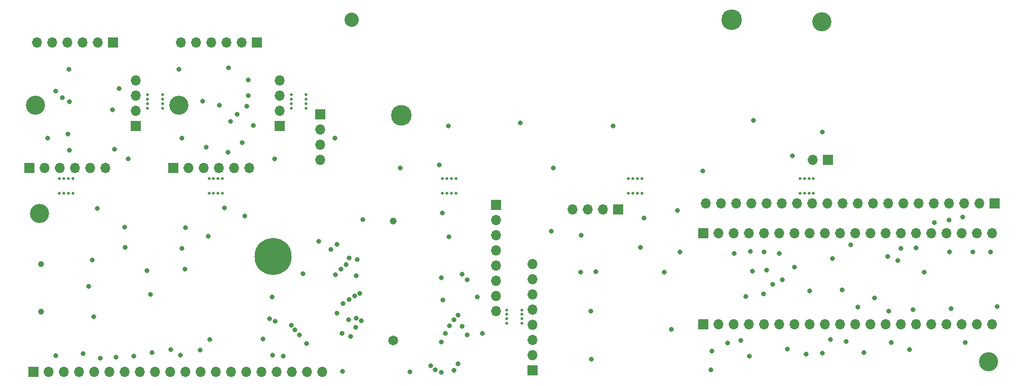
<source format=gbr>
%TF.GenerationSoftware,KiCad,Pcbnew,(6.0.5)*%
%TF.CreationDate,2022-08-13T10:27:20+02:00*%
%TF.ProjectId,clarinoid-devboard,636c6172-696e-46f6-9964-2d646576626f,rev?*%
%TF.SameCoordinates,Original*%
%TF.FileFunction,Soldermask,Bot*%
%TF.FilePolarity,Negative*%
%FSLAX46Y46*%
G04 Gerber Fmt 4.6, Leading zero omitted, Abs format (unit mm)*
G04 Created by KiCad (PCBNEW (6.0.5)) date 2022-08-13 10:27:20*
%MOMM*%
%LPD*%
G01*
G04 APERTURE LIST*
%ADD10C,3.200000*%
%ADD11O,1.700000X1.700000*%
%ADD12R,1.700000X1.700000*%
%ADD13C,0.500000*%
%ADD14C,2.390000*%
%ADD15C,3.450000*%
%ADD16C,6.200000*%
%ADD17C,1.000000*%
%ADD18C,1.650000*%
%ADD19C,1.150000*%
%ADD20C,0.800000*%
G04 APERTURE END LIST*
D10*
%TO.C,H10*%
X218109317Y-115700034D03*
%TD*%
D11*
%TO.C,J7*%
X188679317Y-81920034D03*
D12*
X191219317Y-81920034D03*
%TD*%
D13*
%TO.C,U53*%
X87809317Y-87550004D03*
X88559317Y-85050004D03*
X89309317Y-87550004D03*
X90059317Y-85050004D03*
X87809317Y-85050004D03*
X88559317Y-87550004D03*
X89309317Y-85050004D03*
X90059317Y-87550004D03*
%TD*%
D11*
%TO.C,U2*%
X218639317Y-94234034D03*
X216099317Y-94234034D03*
X213559317Y-94234034D03*
X211019317Y-94234034D03*
X208479317Y-94234034D03*
X205939317Y-94234034D03*
X203399317Y-94234034D03*
X200859317Y-94234034D03*
X198319317Y-94234034D03*
X195779317Y-94234034D03*
X193239317Y-94234034D03*
X190699317Y-94234034D03*
X188159317Y-94234034D03*
X185619317Y-94234034D03*
X183079317Y-94234034D03*
X180539317Y-94234034D03*
X177999317Y-94234034D03*
X175459317Y-94234034D03*
X172919317Y-94234034D03*
D12*
X170379317Y-94234034D03*
%TD*%
D14*
%TO.C,BT1*%
X111604462Y-58465736D03*
D15*
X119934462Y-74465736D03*
X175134462Y-58465736D03*
%TD*%
D11*
%TO.C,J48*%
X75589317Y-68650034D03*
X75589317Y-71190034D03*
X75589317Y-73730034D03*
D12*
X75589317Y-76270034D03*
%TD*%
D11*
%TO.C,J3*%
X148559317Y-90260034D03*
X151099317Y-90260034D03*
X153639317Y-90260034D03*
D12*
X156179317Y-90260034D03*
%TD*%
D13*
%TO.C,U50*%
X129059317Y-87550034D03*
X128309317Y-87550034D03*
X127559317Y-85050034D03*
X127559317Y-87550034D03*
X126809317Y-87550034D03*
X129059317Y-85050034D03*
X128309317Y-85050034D03*
X126809317Y-85050034D03*
%TD*%
D16*
%TO.C,H4*%
X98556672Y-98155034D03*
%TD*%
D13*
%TO.C,U56*%
X80059317Y-73300034D03*
X77559317Y-71800034D03*
X77559317Y-71050034D03*
X77559317Y-72550034D03*
X80059317Y-71800034D03*
X80059317Y-72550034D03*
X77559317Y-73300034D03*
X80059317Y-71050034D03*
%TD*%
%TO.C,U65*%
X140059317Y-107050068D03*
X137559317Y-107050068D03*
X140059317Y-108550068D03*
X140059317Y-109300068D03*
X137559317Y-108550068D03*
X137559317Y-109300068D03*
X140059317Y-107800068D03*
X137559317Y-107800068D03*
%TD*%
%TO.C,U49*%
X158639304Y-87550034D03*
X160139304Y-87550034D03*
X157889304Y-85050034D03*
X159389304Y-85050034D03*
X157889304Y-87550034D03*
X159389304Y-87550034D03*
X160139304Y-85050034D03*
X158639304Y-85050034D03*
%TD*%
D11*
%TO.C,J46*%
X70509317Y-83300034D03*
X67969317Y-83300034D03*
X65429317Y-83300034D03*
X62889317Y-83300034D03*
X60349317Y-83300034D03*
D12*
X57809317Y-83300034D03*
%TD*%
D11*
%TO.C,J47*%
X59079317Y-62300034D03*
X61619317Y-62300034D03*
X64159317Y-62300034D03*
X66699317Y-62300034D03*
X69239317Y-62300034D03*
D12*
X71779317Y-62300034D03*
%TD*%
D11*
%TO.C,J42*%
X141849317Y-99395034D03*
X141849317Y-101935034D03*
X141849317Y-104475034D03*
X141849317Y-107015034D03*
X141849317Y-109555034D03*
X141849317Y-112095034D03*
X141849317Y-114635034D03*
D12*
X141849317Y-117175034D03*
%TD*%
D11*
%TO.C,J50*%
X94509317Y-83300034D03*
X91969317Y-83300034D03*
X89429317Y-83300034D03*
X86889317Y-83300034D03*
X84349317Y-83300034D03*
D12*
X81809317Y-83300034D03*
%TD*%
D10*
%TO.C,H11*%
X58809317Y-72800034D03*
%TD*%
D11*
%TO.C,U3*%
X218639317Y-109474034D03*
X216099317Y-109474034D03*
X213559317Y-109474034D03*
X211019317Y-109474034D03*
X208479317Y-109474034D03*
X205939317Y-109474034D03*
X203399317Y-109474034D03*
X200859317Y-109474034D03*
X198319317Y-109474034D03*
X195779317Y-109474034D03*
X193239317Y-109474034D03*
X190699317Y-109474034D03*
X188159317Y-109474034D03*
X185619317Y-109474034D03*
X183079317Y-109474034D03*
X180539317Y-109474034D03*
X177999317Y-109474034D03*
X175459317Y-109474034D03*
X172919317Y-109474034D03*
D12*
X170379317Y-109474034D03*
%TD*%
%TO.C,J40*%
X135769317Y-89479332D03*
D11*
X135769317Y-92019332D03*
X135769317Y-94559332D03*
X135769317Y-97099332D03*
X135769317Y-99639332D03*
X135769317Y-102179332D03*
X135769317Y-104719332D03*
X135769317Y-107259332D03*
%TD*%
D10*
%TO.C,H12*%
X82809317Y-72800034D03*
%TD*%
%TO.C,H9*%
X59509317Y-90900034D03*
%TD*%
D17*
%TO.C,J38*%
X59761566Y-99350034D03*
X59761566Y-107350034D03*
%TD*%
D11*
%TO.C,J34*%
X106399317Y-81920034D03*
X106399317Y-79380034D03*
X106399317Y-76840034D03*
D12*
X106399317Y-74300034D03*
%TD*%
D11*
%TO.C,J49*%
X99589317Y-68650034D03*
X99589317Y-71190034D03*
X99589317Y-73730034D03*
D12*
X99589317Y-76270034D03*
%TD*%
D13*
%TO.C,U52*%
X187309317Y-85050034D03*
X188059317Y-85050034D03*
X188809317Y-85050034D03*
X188059317Y-87550034D03*
X187309317Y-87550034D03*
X188809317Y-87550034D03*
X186559317Y-85050034D03*
X186559317Y-87550034D03*
%TD*%
%TO.C,U60*%
X104059317Y-73300034D03*
X101559317Y-71800034D03*
X101559317Y-73300034D03*
X104059317Y-71800034D03*
X101559317Y-72550034D03*
X104059317Y-72550034D03*
X101559317Y-71050034D03*
X104059317Y-71050034D03*
%TD*%
%TO.C,U55*%
X64309317Y-87550034D03*
X63559317Y-87550034D03*
X63559317Y-85050034D03*
X65059317Y-85050034D03*
X62809317Y-87550034D03*
X62809317Y-85050034D03*
X65059317Y-87550034D03*
X64309317Y-85050034D03*
%TD*%
D10*
%TO.C,H6*%
X190219317Y-58790034D03*
%TD*%
D18*
%TO.C,U40*%
X118556672Y-112155034D03*
D19*
X118556672Y-92155034D03*
%TD*%
D12*
%TO.C,J39*%
X58509317Y-117400034D03*
D11*
X61049317Y-117400034D03*
X63589317Y-117400034D03*
X66129317Y-117400034D03*
X68669317Y-117400034D03*
X71209317Y-117400034D03*
X73749317Y-117400034D03*
X76289317Y-117400034D03*
X78829317Y-117400034D03*
X81369317Y-117400034D03*
X83909317Y-117400034D03*
X86449317Y-117400034D03*
X88989317Y-117400034D03*
X91529317Y-117400034D03*
X94069317Y-117400034D03*
X96609317Y-117400034D03*
X99149317Y-117400034D03*
X101689317Y-117400034D03*
X104229317Y-117400034D03*
X106769317Y-117400034D03*
%TD*%
%TO.C,J51*%
X83079317Y-62300034D03*
X85619317Y-62300034D03*
X88159317Y-62300034D03*
X90699317Y-62300034D03*
X93239317Y-62300034D03*
D12*
X95779317Y-62300034D03*
%TD*%
D11*
%TO.C,J41*%
X170849317Y-89200034D03*
X173389317Y-89200034D03*
X175929317Y-89200034D03*
X178469317Y-89200034D03*
X181009317Y-89200034D03*
X183549317Y-89200034D03*
X186089317Y-89200034D03*
X188629317Y-89200034D03*
X191169317Y-89200034D03*
X193709317Y-89200034D03*
X196249317Y-89200034D03*
X198789317Y-89200034D03*
X201329317Y-89200034D03*
X203869317Y-89200034D03*
X206409317Y-89200034D03*
X208949317Y-89200034D03*
X211489317Y-89200034D03*
X214029317Y-89200034D03*
X216569317Y-89200034D03*
D12*
X219109317Y-89200034D03*
%TD*%
D20*
X73709317Y-93200034D03*
X104109317Y-112700034D03*
X83309317Y-96800034D03*
X68309317Y-98700034D03*
X132609317Y-104900034D03*
X93809317Y-91300034D03*
X86309317Y-113800034D03*
X83809317Y-100200034D03*
X113509317Y-91900034D03*
X126809317Y-90800034D03*
X133509317Y-111000034D03*
X110109317Y-117300034D03*
X103509317Y-101000034D03*
X69109317Y-90100034D03*
X112409317Y-101300034D03*
X126909317Y-105400034D03*
X98309317Y-104900034D03*
X109209317Y-107600034D03*
X69609317Y-115100034D03*
X73809317Y-96600034D03*
X62209317Y-114700034D03*
X126609317Y-101700034D03*
X66809317Y-114400034D03*
X72309317Y-115000034D03*
X83009317Y-114600034D03*
X67709317Y-103100034D03*
X90409317Y-90000034D03*
X83909317Y-93300034D03*
X78309317Y-114200034D03*
X106109317Y-95600034D03*
X87909317Y-112000034D03*
X68509317Y-108200034D03*
X75209317Y-114800034D03*
X77409317Y-100500034D03*
X121409317Y-117400034D03*
X81409317Y-113700034D03*
X78009317Y-104500034D03*
X160479317Y-91674034D03*
X183079317Y-97574034D03*
X203379317Y-96774034D03*
X197279317Y-114174034D03*
X166479317Y-97374034D03*
X191679317Y-111974034D03*
X165079317Y-110274034D03*
X211579317Y-97374034D03*
X214179317Y-112474034D03*
X171679317Y-117074034D03*
X207279317Y-100774034D03*
X218379317Y-97374034D03*
X175579317Y-97574034D03*
X178579317Y-100574034D03*
X163879317Y-100774034D03*
X180579317Y-97374034D03*
X205479317Y-106974034D03*
X188179317Y-103874034D03*
X219479317Y-106474034D03*
X193579317Y-103674034D03*
X159879317Y-96574034D03*
X152479317Y-100674034D03*
X151579317Y-107274034D03*
X151679317Y-115274034D03*
X144979317Y-93874034D03*
X201179317Y-98074034D03*
X215479317Y-97374034D03*
X166079317Y-90374034D03*
X149879317Y-100774034D03*
X201779317Y-112474034D03*
X178279317Y-97274034D03*
X211779317Y-106874034D03*
X194279317Y-112374034D03*
X149979317Y-94574034D03*
X204879317Y-113674034D03*
X213779317Y-91474034D03*
X111452849Y-111500534D03*
X112381057Y-108471775D03*
X111127034Y-108698546D03*
X110009317Y-111000034D03*
X113291260Y-108884734D03*
X112351050Y-109958301D03*
X183579317Y-101974034D03*
X180979317Y-100374034D03*
X191980090Y-98474534D03*
X195079317Y-96174034D03*
X208979317Y-92423045D03*
X211479317Y-92023534D03*
X202884695Y-98779412D03*
X205979317Y-96674034D03*
X178079317Y-114774034D03*
X171879317Y-113974034D03*
X187579317Y-114474034D03*
X190279317Y-114274034D03*
X184479317Y-113573035D03*
X174479317Y-112574034D03*
X201379317Y-107274034D03*
X176679317Y-112174034D03*
X185679317Y-99874034D03*
X182010235Y-102752358D03*
X180479317Y-104374034D03*
X177479317Y-104774034D03*
X196209297Y-106574534D03*
X198979317Y-105074034D03*
X108909317Y-101200034D03*
X109209317Y-96100034D03*
X98834710Y-108931213D03*
X97939252Y-108487186D03*
X108209317Y-96900034D03*
X130909317Y-111200034D03*
X130909317Y-102000034D03*
X110209317Y-106000534D03*
X130109317Y-109800034D03*
X130109317Y-101100034D03*
X112609317Y-98600034D03*
X96809317Y-111945849D03*
X111209317Y-98400034D03*
X98409317Y-114600034D03*
X110709317Y-99500034D03*
X109900682Y-100212911D03*
X100209317Y-114800034D03*
X101609317Y-109600034D03*
X113009317Y-104299534D03*
X102197853Y-110407889D03*
X112118064Y-104751942D03*
X111209317Y-105300034D03*
X102909317Y-111200034D03*
X129409317Y-116100034D03*
X129409317Y-107900034D03*
X128709317Y-117200034D03*
X128709317Y-108691013D03*
X128009317Y-109700034D03*
X126609317Y-117500034D03*
X125609317Y-117100034D03*
X127309317Y-111000034D03*
X126609317Y-112400034D03*
X124850950Y-116400534D03*
X155309317Y-76300034D03*
X108809317Y-78300034D03*
X139809317Y-75800034D03*
X126309317Y-82800034D03*
X127809317Y-76300034D03*
X145309317Y-83300034D03*
X170309317Y-83800034D03*
X190309317Y-77300034D03*
X178809317Y-75300034D03*
X119809317Y-83300034D03*
X185309317Y-81300034D03*
X72009317Y-80200034D03*
X64509317Y-80300034D03*
X64509317Y-72200034D03*
X60809317Y-78300034D03*
X74309317Y-81800034D03*
X72809317Y-70000034D03*
X64209317Y-77600034D03*
X71709317Y-73600034D03*
X64381817Y-66801034D03*
X89509317Y-72800034D03*
X94109317Y-73000034D03*
X82809317Y-66800034D03*
X95209317Y-76200034D03*
X98809317Y-81800034D03*
X91079317Y-66574034D03*
X83309317Y-78300034D03*
X86709317Y-72100034D03*
X87309317Y-79800034D03*
X91009317Y-80700034D03*
X93381817Y-79101034D03*
X91381178Y-75501672D03*
X92481817Y-74301034D03*
X94381817Y-71201034D03*
X94381817Y-68601034D03*
X63309317Y-71500034D03*
X62209317Y-70400034D03*
X87709317Y-94700034D03*
X127909317Y-94800034D03*
M02*

</source>
